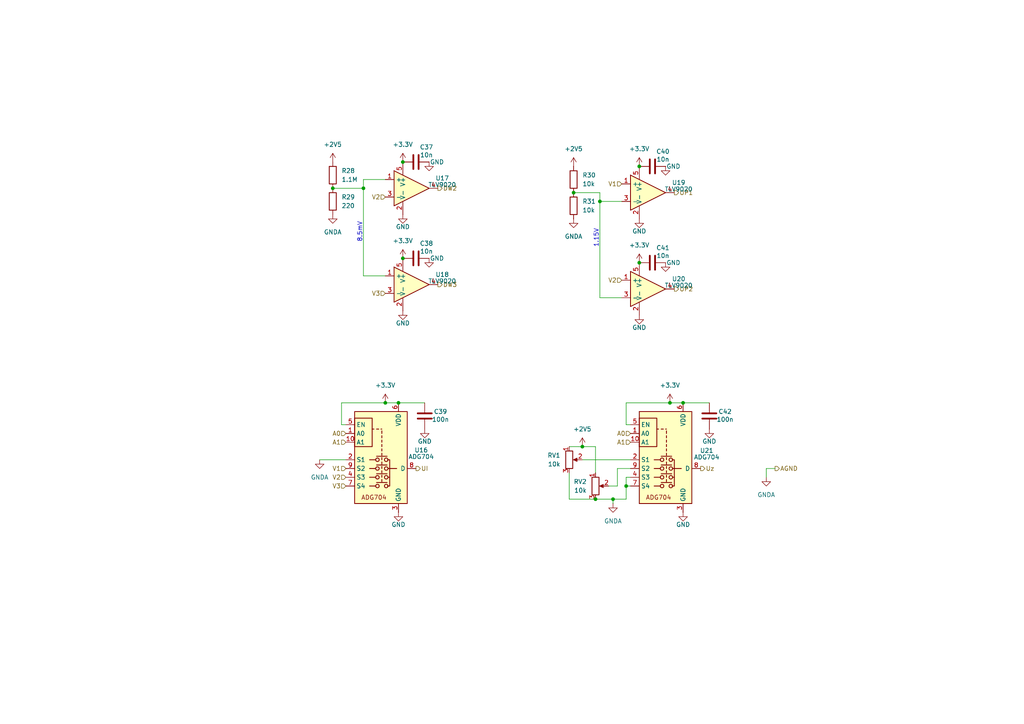
<source format=kicad_sch>
(kicad_sch (version 20231120) (generator "eeschema") (generator_version "8.0")
  (paper "A4")
  (lib_symbols
    (symbol "Device:C" (pin_numbers hide) (pin_names (offset 0.254))
      (property "Reference" "C" (at 0.635 2.54 0))
      (property "Value" "C" (at 0.635 -2.54 0))
      (symbol "C_0_1"
        (polyline (pts (xy -2.032 -0.762) (xy 2.032 -0.762)) (stroke (width 0.508)))
        (polyline (pts (xy -2.032 0.762) (xy 2.032 0.762)) (stroke (width 0.508)))
      )
      (symbol "C_1_1"
        (pin passive line (at 0 3.81 270) (length 2.794) (name "~") (number "1"))
        (pin passive line (at 0 -3.81 90) (length 2.794) (name "~") (number "2"))
      )
    )
    (symbol "Device:R" (pin_numbers hide) (pin_names (offset 0))
      (property "Reference" "R" (at 2.032 0 90))
      (property "Value" "R" (at 0 0 90))
      (symbol "R_0_1"
        (rectangle (start -1.016 -2.54) (end 1.016 2.54) (stroke (width 0.254)))
      )
      (symbol "R_1_1"
        (pin passive line (at 0 3.81 270) (length 1.27) (name "~") (number "1"))
        (pin passive line (at 0 -3.81 90) (length 1.27) (name "~") (number "2"))
      )
    )
    (symbol "Device:R_Potentiometer" (pin_names (offset 1.016) hide)
      (property "Reference" "RV" (at -4.445 0 90))
      (property "Value" "R_Potentiometer" (at -2.54 0 90))
      (symbol "R_Potentiometer_0_1"
        (polyline (pts (xy 2.54 0) (xy 1.524 0)))
        (polyline (pts (xy 1.143 0) (xy 2.286 0.508) (xy 2.286 -0.508) (xy 1.143 0)) (fill (type outline)))
        (rectangle (start 1.016 2.54) (end -1.016 -2.54) (stroke (width 0.254)))
      )
      (symbol "R_Potentiometer_1_1"
        (pin passive line (at 0 3.81 270) (length 1.27) (name "1") (number "1"))
        (pin passive line (at 3.81 0 180) (length 1.27) (name "2") (number "2"))
        (pin passive line (at 0 -3.81 90) (length 1.27) (name "3") (number "3"))
      )
    )
    (symbol "power:+2V5" (power) (pin_numbers hide) (pin_names (offset 0) hide)
      (property "Value" "+2V5" (at 0 3.556 0))
      (symbol "+2V5_0_1"
        (polyline (pts (xy -0.762 1.27) (xy 0 2.54)))
        (polyline (pts (xy 0 0) (xy 0 2.54)))
        (polyline (pts (xy 0 2.54) (xy 0.762 1.27)))
      )
      (symbol "+2V5_1_1"
        (pin power_in line (at 0 0 90) (length 0) (name "~") (number "1"))
      )
    )
    (symbol "power:+3.3V" (power) (pin_numbers hide) (pin_names (offset 0) hide)
      (property "Value" "+3.3V" (at 0 3.556 0))
      (symbol "+3.3V_0_1"
        (polyline (pts (xy -0.762 1.27) (xy 0 2.54)))
        (polyline (pts (xy 0 0) (xy 0 2.54)))
        (polyline (pts (xy 0 2.54) (xy 0.762 1.27)))
      )
      (symbol "+3.3V_1_1"
        (pin power_in line (at 0 0 90) (length 0) (name "~") (number "1"))
      )
    )
    (symbol "power:GND" (power) (pin_numbers hide) (pin_names (offset 0) hide)
      (property "Value" "GND" (at 0 -3.81 0))
      (symbol "GND_0_1"
        (polyline (pts (xy 0 0) (xy 0 -1.27) (xy 1.27 -1.27) (xy 0 -2.54) (xy -1.27 -1.27) (xy 0 -1.27)))
      )
      (symbol "GND_1_1"
        (pin power_in line (at 0 0 270) (length 0) (name "~") (number "1"))
      )
    )
    (symbol "power:GND1" (power) (pin_numbers hide) (pin_names (offset 0) hide)
      (property "Value" "GND1" (at 0 -3.81 0))
      (symbol "GND1_0_1"
        (polyline (pts (xy 0 0) (xy 0 -1.27) (xy 1.27 -1.27) (xy 0 -2.54) (xy -1.27 -1.27) (xy 0 -1.27)))
      )
      (symbol "GND1_1_1"
        (pin power_in line (at 0 0 270) (length 0) (name "~") (number "1"))
      )
    )
    (symbol "własna:ADG704"
      (property "Reference" "U" (at 0 0 0))
      (symbol "ADG704_0_1"
        (rectangle (start -2.54 -3.175) (end 2.54 -11.43) (stroke (width 0.254)))
        (rectangle (start -2.54 -1.27) (end 12.7 -27.94) (stroke (width 0.254)) (fill (type background)))
        (polyline (pts (xy 3.048 -6.35) (xy 2.54 -6.35)) (stroke (width 0.254)))
        (polyline (pts (xy 3.556 -22.86) (xy 1.778 -22.86)) (stroke (width 0.254)))
        (polyline (pts (xy 3.556 -20.32) (xy 1.778 -20.32)) (stroke (width 0.254)))
        (polyline (pts (xy 3.556 -17.78) (xy 1.778 -17.78)) (stroke (width 0.254)))
        (polyline (pts (xy 3.556 -15.24) (xy 1.778 -15.24)) (stroke (width 0.254)))
        (polyline (pts (xy 3.81 -21.844) (xy 6.858 -21.844)) (stroke (width 0.254)))
        (polyline (pts (xy 3.81 -19.304) (xy 6.858 -19.304)) (stroke (width 0.254)))
        (polyline (pts (xy 3.81 -16.764) (xy 6.858 -16.764)) (stroke (width 0.254)))
        (polyline (pts (xy 3.81 -14.224) (xy 6.858 -14.224)) (stroke (width 0.254)))
        (polyline (pts (xy 3.81 -6.35) (xy 4.445 -6.35)) (stroke (width 0.254)))
        (polyline (pts (xy 5.334 -21.59) (xy 5.334 -20.955)) (stroke (width 0.254)))
        (polyline (pts (xy 5.334 -20.32) (xy 5.334 -19.685)) (stroke (width 0.254)))
        (polyline (pts (xy 5.334 -19.05) (xy 5.334 -18.415)) (stroke (width 0.254)))
        (polyline (pts (xy 5.334 -17.78) (xy 5.334 -17.145)) (stroke (width 0.254)))
        (polyline (pts (xy 5.334 -16.51) (xy 5.334 -15.875)) (stroke (width 0.254)))
        (polyline (pts (xy 5.334 -15.24) (xy 5.334 -14.605)) (stroke (width 0.254)))
        (polyline (pts (xy 5.334 -13.97) (xy 5.334 -13.335)) (stroke (width 0.254)))
        (polyline (pts (xy 5.334 -12.7) (xy 5.334 -12.065)) (stroke (width 0.254)))
        (polyline (pts (xy 5.334 -11.43) (xy 5.334 -10.795)) (stroke (width 0.254)))
        (polyline (pts (xy 5.334 -10.16) (xy 5.334 -9.525)) (stroke (width 0.254)))
        (polyline (pts (xy 5.334 -8.89) (xy 5.334 -8.255)) (stroke (width 0.254)))
        (polyline (pts (xy 5.334 -7.62) (xy 5.334 -6.858)) (stroke (width 0.254)))
        (polyline (pts (xy 5.334 -6.35) (xy 5.08 -6.35)) (stroke (width 0.254)))
        (polyline (pts (xy 7.112 -20.32) (xy 7.62 -20.32)) (stroke (width 0.254)))
        (polyline (pts (xy 7.112 -17.78) (xy 7.62 -17.78)) (stroke (width 0.254)))
        (polyline (pts (xy 7.62 -17.78) (xy 9.652 -17.78)) (stroke (width 0.254)))
        (polyline (pts (xy 6.985 -22.86) (xy 7.62 -22.86) (xy 7.62 -15.24) (xy 6.985 -15.24)) (stroke (width 0.254)))
        (circle (center 4.064 -22.86) (radius 0.508) (stroke (width 0.254)))
        (circle (center 4.064 -20.32) (radius 0.508) (stroke (width 0.254)))
        (circle (center 4.064 -17.78) (radius 0.508) (stroke (width 0.254)))
        (circle (center 4.064 -15.24) (radius 0.508) (stroke (width 0.254)))
        (circle (center 6.604 -22.86) (radius 0.508) (stroke (width 0.254)))
        (circle (center 6.604 -20.32) (radius 0.508) (stroke (width 0.254)))
        (circle (center 6.604 -17.78) (radius 0.508) (stroke (width 0.254)))
        (circle (center 6.604 -15.24) (radius 0.508) (stroke (width 0.254)))
      )
      (symbol "ADG704_1_1"
        (text "ADG704" (at 3.048 -26.162 0) (effects (font (size 1.27 1.27))))
        (pin input line (at -5.08 -7.62 0) (length 2.54) (name "A0") (number "1"))
        (pin input line (at -5.08 -10.16 0) (length 2.54) (name "A1") (number "10"))
        (pin bidirectional line (at -5.08 -15.24 0) (length 2.54) (name "S1") (number "2"))
        (pin power_in line (at 10.16 -30.48 90) (length 2.54) (name "GND") (number "3"))
        (pin bidirectional line (at -5.08 -20.32 0) (length 2.54) (name "S3") (number "4"))
        (pin input line (at -5.08 -5.08 0) (length 2.54) (name "EN") (number "5"))
        (pin power_in line (at 10.16 1.27 270) (length 2.54) (name "VDD") (number "6"))
        (pin bidirectional line (at -5.08 -22.86 0) (length 2.54) (name "S4") (number "7"))
        (pin bidirectional line (at 15.24 -17.78 180) (length 2.54) (name "D") (number "8"))
        (pin bidirectional line (at -5.08 -17.78 0) (length 2.54) (name "S2") (number "9"))
      )
    )
    (symbol "własna:TLV9020"
      (property "Reference" "U" (at 0 0 0))
      (symbol "TLV9020_0_1"
        (polyline (pts (xy -5.08 1.27) (xy -5.08 -8.89) (xy 5.08 -3.81) (xy -5.08 1.27)) (stroke (width 0.254)) (fill (type background)))
      )
      (symbol "TLV9020_1_1"
        (pin input line (at -7.62 -1.27 0) (length 2.54) (name "+") (number "1"))
        (pin power_in line (at -2.54 -11.43 90) (length 3.81) (name "V-") (number "2"))
        (pin input line (at -7.62 -6.35 0) (length 2.54) (name "-") (number "3"))
        (pin output line (at 7.62 -3.81 180) (length 2.54) (name "~") (number "4"))
        (pin power_in line (at -2.54 3.81 270) (length 3.81) (name "V+") (number "5"))
      )
    )
  )
  (junction (at 177.8 144.78))
  (junction (at 181.61 140.97))
  (junction (at 185.42 76.2))
  (junction (at 194.31 116.84))
  (junction (at 115.57 116.84))
  (junction (at 111.76 116.84))
  (junction (at 96.52 54.61))
  (junction (at 198.12 116.84))
  (junction (at 116.84 46.99))
  (junction (at 173.99 58.42))
  (junction (at 168.91 129.54))
  (junction (at 172.72 144.78))
  (junction (at 166.37 55.88))
  (junction (at 105.41 54.61))
  (junction (at 185.42 48.26))
  (junction (at 116.84 74.93))
  (wire (pts (xy 224.79 135.89) (xy 222.25 135.89)))
  (wire (pts (xy 105.41 54.61) (xy 105.41 52.07)))
  (wire (pts (xy 99.06 116.84) (xy 99.06 123.19)))
  (wire (pts (xy 179.07 135.89) (xy 179.07 140.97)))
  (wire (pts (xy 181.61 140.97) (xy 182.88 140.97)))
  (wire (pts (xy 105.41 52.07) (xy 111.76 52.07)))
  (wire (pts (xy 115.57 116.84) (xy 123.19 116.84)))
  (wire (pts (xy 168.91 133.35) (xy 182.88 133.35)))
  (wire (pts (xy 198.12 116.84) (xy 194.31 116.84)))
  (wire (pts (xy 222.25 135.89) (xy 222.25 138.43)))
  (wire (pts (xy 111.76 80.01) (xy 105.41 80.01)))
  (wire (pts (xy 172.72 129.54) (xy 168.91 129.54)))
  (wire (pts (xy 92.71 133.35) (xy 100.33 133.35)))
  (wire (pts (xy 182.88 138.43) (xy 181.61 138.43)))
  (wire (pts (xy 198.12 116.84) (xy 205.74 116.84)))
  (wire (pts (xy 181.61 144.78) (xy 181.61 140.97)))
  (wire (pts (xy 96.52 54.61) (xy 105.41 54.61)))
  (wire (pts (xy 105.41 80.01) (xy 105.41 54.61)))
  (wire (pts (xy 177.8 144.78) (xy 181.61 144.78)))
  (wire (pts (xy 173.99 58.42) (xy 173.99 86.36)))
  (wire (pts (xy 181.61 138.43) (xy 181.61 140.97)))
  (wire (pts (xy 172.72 144.78) (xy 177.8 144.78)))
  (wire (pts (xy 180.34 86.36) (xy 173.99 86.36)))
  (wire (pts (xy 181.61 116.84) (xy 181.61 123.19)))
  (wire (pts (xy 115.57 116.84) (xy 111.76 116.84)))
  (wire (pts (xy 181.61 123.19) (xy 182.88 123.19)))
  (wire (pts (xy 165.1 144.78) (xy 172.72 144.78)))
  (wire (pts (xy 111.76 116.84) (xy 99.06 116.84)))
  (wire (pts (xy 177.8 146.05) (xy 177.8 144.78)))
  (wire (pts (xy 166.37 55.88) (xy 173.99 55.88)))
  (wire (pts (xy 173.99 58.42) (xy 173.99 55.88)))
  (wire (pts (xy 99.06 123.19) (xy 100.33 123.19)))
  (wire (pts (xy 194.31 116.84) (xy 181.61 116.84)))
  (wire (pts (xy 182.88 135.89) (xy 179.07 135.89)))
  (wire (pts (xy 172.72 137.16) (xy 172.72 129.54)))
  (wire (pts (xy 168.91 129.54) (xy 165.1 129.54)))
  (wire (pts (xy 165.1 137.16) (xy 165.1 144.78)))
  (wire (pts (xy 173.99 58.42) (xy 180.34 58.42)))
  (wire (pts (xy 179.07 140.97) (xy 176.53 140.97)))
  (text "8.5mV\n" (at 104.394 67.31 90) (effects (font (size 1.27 1.27))))
  (text "1.15V" (at 172.974 69.088 90) (effects (font (size 1.27 1.27))))
  (hierarchical_label "DW2" (shape output) (at 127 54.61 0))
  (hierarchical_label "A0" (shape input) (at 182.88 125.73 180))
  (hierarchical_label "A1" (shape input) (at 100.33 128.27 180))
  (hierarchical_label "AGND" (shape output) (at 224.79 135.89 0))
  (hierarchical_label "V2" (shape input) (at 111.76 57.15 180))
  (hierarchical_label "V2" (shape input) (at 100.33 138.43 180))
  (hierarchical_label "V3" (shape input) (at 100.33 140.97 180))
  (hierarchical_label "V1" (shape input) (at 100.33 135.89 180))
  (hierarchical_label "UI" (shape output) (at 120.65 135.89 0))
  (hierarchical_label "UP1" (shape output) (at 195.58 55.88 0))
  (hierarchical_label "A1" (shape input) (at 182.88 128.27 180))
  (hierarchical_label "UP2" (shape output) (at 195.58 83.82 0))
  (hierarchical_label "A0" (shape input) (at 100.33 125.73 180))
  (hierarchical_label "V3" (shape input) (at 111.76 85.09 180))
  (hierarchical_label "Uz" (shape output) (at 203.2 135.89 0))
  (hierarchical_label "V1" (shape input) (at 180.34 53.34 180))
  (hierarchical_label "V2" (shape input) (at 180.34 81.28 180))
  (hierarchical_label "DW3" (shape output) (at 127 82.55 0))
  (symbol (lib_id "power:GND1") (at 92.71 133.35 0) (unit 1)
    (property "Reference" "#PWR070" (effects (hide yes)))
    (property "Value" "GNDA" (at 92.71 138.43 0))
    (property "Description" "Power symbol creates a global label with name \"GND1\" , ground" (effects (hide yes)))
  )
  (symbol (lib_id "Device:R") (at 166.37 52.07 0) (mirror y) (unit 1)
    (property "Reference" "R30" (at 168.91 50.7999 0) (effects (justify right)))
    (property "Value" "10k" (at 168.91 53.3399 0) (effects (justify right)))
    (property "Footprint" "Resistor_SMD:R_0805_2012Metric_Pad1.20x1.40mm_HandSolder" (effects (hide yes)))
    (property "Description" "Resistor" (effects (hide yes)))
  )
  (symbol (lib_id "power:+3.3V") (at 116.84 46.99 0) (unit 1)
    (property "Reference" "#PWR075" (effects (hide yes)))
    (property "Value" "+3.3V" (at 116.84 41.91 0))
    (property "Description" "Power symbol creates a global label with name \"+3.3V\"" (effects (hide yes)))
  )
  (symbol (lib_id "Device:R") (at 166.37 59.69 0) (mirror y) (unit 1)
    (property "Reference" "R31" (at 168.91 58.4199 0) (effects (justify right)))
    (property "Value" "10k" (at 168.91 60.9599 0) (effects (justify right)))
    (property "Footprint" "Resistor_SMD:R_0805_2012Metric_Pad1.20x1.40mm_HandSolder" (effects (hide yes)))
    (property "Description" "Resistor" (effects (hide yes)))
  )
  (symbol (lib_id "własna:TLV9020") (at 187.96 52.07 0) (unit 1)
    (property "Reference" "U19" (at 196.85 52.959 0))
    (property "Value" "TLV9020" (at 196.85 54.8641 0))
    (property "Footprint" "Package_TO_SOT_SMD:SOT-23-5_HandSoldering" (effects (hide yes)))
  )
  (symbol (lib_id "power:+2V5") (at 96.52 46.99 0) (unit 1)
    (property "Reference" "#PWR071" (effects (hide yes)))
    (property "Value" "+2V5" (at 96.52 41.91 0))
    (property "Description" "Power symbol creates a global label with name \"+2V5\"" (effects (hide yes)))
  )
  (symbol (lib_id "power:GND") (at 115.57 148.59 0) (unit 1)
    (property "Reference" "#PWR074" (effects (hide yes)))
    (property "Value" "GND" (at 115.57 152.146 0))
    (property "Description" "Power symbol creates a global label with name \"GND\" , ground" (effects (hide yes)))
  )
  (symbol (lib_id "Device:R") (at 96.52 50.8 0) (mirror y) (unit 1)
    (property "Reference" "R28" (at 99.06 49.5299 0) (effects (justify right)))
    (property "Value" "1.1M" (at 99.06 52.0699 0) (effects (justify right)))
    (property "Footprint" "Resistor_SMD:R_0805_2012Metric_Pad1.20x1.40mm_HandSolder" (effects (hide yes)))
    (property "Description" "Resistor" (effects (hide yes)))
  )
  (symbol (lib_id "Device:C") (at 189.23 48.26 90) (mirror x) (unit 1)
    (property "Reference" "C40" (at 192.278 43.942 90))
    (property "Value" "10n" (at 192.278 46.228 90))
    (property "Footprint" "Capacitor_SMD:C_0805_2012Metric_Pad1.18x1.45mm_HandSolder" (effects (hide yes)))
    (property "Description" "Unpolarized capacitor" (effects (hide yes)))
  )
  (symbol (lib_id "własna:ADG704") (at 187.96 118.11 0) (unit 1)
    (property "Reference" "U21" (at 204.978 130.6829 0))
    (property "Value" "ADG704" (at 204.978 132.588 0))
    (property "Footprint" "Package_SO:MSOP-10_3x3mm_P0.5mm" (effects (hide yes)))
  )
  (symbol (lib_id "power:GND") (at 193.04 48.26 0) (unit 1)
    (property "Reference" "#PWR090" (effects (hide yes)))
    (property "Value" "GND" (at 195.326 48.26 0))
    (property "Description" "Power symbol creates a global label with name \"GND\" , ground" (effects (hide yes)))
  )
  (symbol (lib_id "własna:ADG704") (at 105.41 118.11 0) (unit 1)
    (property "Reference" "U16" (at 122.174 130.556 0))
    (property "Value" "ADG704" (at 122.174 132.4611 0))
    (property "Footprint" "Package_SO:MSOP-10_3x3mm_P0.5mm" (effects (hide yes)))
  )
  (symbol (lib_id "własna:TLV9020") (at 119.38 50.8 0) (unit 1)
    (property "Reference" "U17" (at 128.27 51.689 0))
    (property "Value" "TLV9020" (at 128.27 53.5941 0))
    (property "Footprint" "Package_TO_SOT_SMD:SOT-23-5_HandSoldering" (effects (hide yes)))
  )
  (symbol (lib_id "Device:R") (at 96.52 58.42 0) (mirror y) (unit 1)
    (property "Reference" "R29" (at 99.06 57.1499 0) (effects (justify right)))
    (property "Value" "220" (at 99.06 59.6899 0) (effects (justify right)))
    (property "Footprint" "Resistor_SMD:R_0805_2012Metric_Pad1.20x1.40mm_HandSolder" (effects (hide yes)))
    (property "Description" "Resistor" (effects (hide yes)))
  )
  (symbol (lib_id "power:GND") (at 124.46 46.99 0) (unit 1)
    (property "Reference" "#PWR080" (effects (hide yes)))
    (property "Value" "GND" (at 126.746 46.99 0))
    (property "Description" "Power symbol creates a global label with name \"GND\" , ground" (effects (hide yes)))
  )
  (symbol (lib_id "power:GND") (at 198.12 148.59 0) (unit 1)
    (property "Reference" "#PWR093" (effects (hide yes)))
    (property "Value" "GND" (at 198.12 152.146 0))
    (property "Description" "Power symbol creates a global label with name \"GND\" , ground" (effects (hide yes)))
  )
  (symbol (lib_id "power:+2V5") (at 168.91 129.54 0) (unit 1)
    (property "Reference" "#PWR084" (effects (hide yes)))
    (property "Value" "+2V5" (at 168.91 124.46 0))
    (property "Description" "Power symbol creates a global label with name \"+2V5\"" (effects (hide yes)))
  )
  (symbol (lib_id "Device:C") (at 189.23 76.2 90) (mirror x) (unit 1)
    (property "Reference" "C41" (at 192.278 71.882 90))
    (property "Value" "10n" (at 192.278 74.168 90))
    (property "Footprint" "Capacitor_SMD:C_0805_2012Metric_Pad1.18x1.45mm_HandSolder" (effects (hide yes)))
    (property "Description" "Unpolarized capacitor" (effects (hide yes)))
  )
  (symbol (lib_id "power:GND") (at 193.04 76.2 0) (unit 1)
    (property "Reference" "#PWR091" (effects (hide yes)))
    (property "Value" "GND" (at 195.326 76.2 0))
    (property "Description" "Power symbol creates a global label with name \"GND\" , ground" (effects (hide yes)))
  )
  (symbol (lib_id "Device:R_Potentiometer") (at 165.1 133.35 0) (unit 1)
    (property "Reference" "RV1" (at 162.56 132.0799 0) (effects (justify right)))
    (property "Value" "10k" (at 162.56 134.6199 0) (effects (justify right)))
    (property "Footprint" "Potentiometer_THT:Potentiometer_Bourns_3266W_Vertical" (effects (hide yes)))
    (property "Description" "Potentiometer" (effects (hide yes)))
  )
  (symbol (lib_id "Device:R_Potentiometer") (at 172.72 140.97 0) (unit 1)
    (property "Reference" "RV2" (at 170.18 139.6999 0) (effects (justify right)))
    (property "Value" "10k" (at 170.18 142.2399 0) (effects (justify right)))
    (property "Footprint" "Potentiometer_THT:Potentiometer_Bourns_3266W_Vertical" (effects (hide yes)))
    (property "Description" "Potentiometer" (effects (hide yes)))
  )
  (symbol (lib_id "power:+3.3V") (at 111.76 116.84 0) (unit 1)
    (property "Reference" "#PWR073" (effects (hide yes)))
    (property "Value" "+3.3V" (at 111.76 111.76 0))
    (property "Description" "Power symbol creates a global label with name \"+3.3V\"" (effects (hide yes)))
  )
  (symbol (lib_id "power:GND1") (at 222.25 138.43 0) (unit 1)
    (property "Reference" "#PWR095" (effects (hide yes)))
    (property "Value" "GNDA" (at 222.25 143.51 0))
    (property "Description" "Power symbol creates a global label with name \"GND1\" , ground" (effects (hide yes)))
  )
  (symbol (lib_id "power:GND1") (at 96.52 62.23 0) (unit 1)
    (property "Reference" "#PWR072" (effects (hide yes)))
    (property "Value" "GNDA" (at 96.52 67.31 0))
    (property "Description" "Power symbol creates a global label with name \"GND1\" , ground" (effects (hide yes)))
  )
  (symbol (lib_id "Device:C") (at 123.19 120.65 0) (mirror y) (unit 1)
    (property "Reference" "C39" (at 127.762 119.38 0))
    (property "Value" "100n" (at 127.762 121.666 0))
    (property "Footprint" "Capacitor_SMD:C_0805_2012Metric_Pad1.18x1.45mm_HandSolder" (effects (hide yes)))
    (property "Description" "Unpolarized capacitor" (effects (hide yes)))
  )
  (symbol (lib_id "power:+3.3V") (at 185.42 48.26 0) (unit 1)
    (property "Reference" "#PWR086" (effects (hide yes)))
    (property "Value" "+3.3V" (at 185.42 43.18 0))
    (property "Description" "Power symbol creates a global label with name \"+3.3V\"" (effects (hide yes)))
  )
  (symbol (lib_id "power:GND") (at 185.42 91.44 0) (unit 1)
    (property "Reference" "#PWR089" (effects (hide yes)))
    (property "Value" "GND" (at 185.42 94.996 0))
    (property "Description" "Power symbol creates a global label with name \"GND\" , ground" (effects (hide yes)))
  )
  (symbol (lib_id "power:GND") (at 116.84 62.23 0) (unit 1)
    (property "Reference" "#PWR076" (effects (hide yes)))
    (property "Value" "GND" (at 116.84 65.786 0))
    (property "Description" "Power symbol creates a global label with name \"GND\" , ground" (effects (hide yes)))
  )
  (symbol (lib_id "Device:C") (at 120.65 74.93 90) (mirror x) (unit 1)
    (property "Reference" "C38" (at 123.698 70.612 90))
    (property "Value" "10n" (at 123.698 72.898 90))
    (property "Footprint" "Capacitor_SMD:C_0805_2012Metric_Pad1.18x1.45mm_HandSolder" (effects (hide yes)))
    (property "Description" "Unpolarized capacitor" (effects (hide yes)))
  )
  (symbol (lib_id "power:GND") (at 124.46 74.93 0) (unit 1)
    (property "Reference" "#PWR081" (effects (hide yes)))
    (property "Value" "GND" (at 126.746 74.93 0))
    (property "Description" "Power symbol creates a global label with name \"GND\" , ground" (effects (hide yes)))
  )
  (symbol (lib_id "własna:TLV9020") (at 119.38 78.74 0) (unit 1)
    (property "Reference" "U18" (at 128.27 79.629 0))
    (property "Value" "TLV9020" (at 128.27 81.5341 0))
    (property "Footprint" "Package_TO_SOT_SMD:SOT-23-5_HandSoldering" (effects (hide yes)))
  )
  (symbol (lib_id "własna:TLV9020") (at 187.96 80.01 0) (unit 1)
    (property "Reference" "U20" (at 196.85 80.899 0))
    (property "Value" "TLV9020" (at 196.85 82.8041 0))
    (property "Footprint" "Package_TO_SOT_SMD:SOT-23-5_HandSoldering" (effects (hide yes)))
  )
  (symbol (lib_id "power:GND1") (at 166.37 63.5 0) (unit 1)
    (property "Reference" "#PWR083" (effects (hide yes)))
    (property "Value" "GNDA" (at 166.37 68.58 0))
    (property "Description" "Power symbol creates a global label with name \"GND1\" , ground" (effects (hide yes)))
  )
  (symbol (lib_id "power:GND") (at 185.42 63.5 0) (unit 1)
    (property "Reference" "#PWR087" (effects (hide yes)))
    (property "Value" "GND" (at 185.42 67.056 0))
    (property "Description" "Power symbol creates a global label with name \"GND\" , ground" (effects (hide yes)))
  )
  (symbol (lib_id "power:+3.3V") (at 116.84 74.93 0) (unit 1)
    (property "Reference" "#PWR077" (effects (hide yes)))
    (property "Value" "+3.3V" (at 116.84 69.85 0))
    (property "Description" "Power symbol creates a global label with name \"+3.3V\"" (effects (hide yes)))
  )
  (symbol (lib_id "power:+3.3V") (at 194.31 116.84 0) (unit 1)
    (property "Reference" "#PWR092" (effects (hide yes)))
    (property "Value" "+3.3V" (at 194.31 111.76 0))
    (property "Description" "Power symbol creates a global label with name \"+3.3V\"" (effects (hide yes)))
  )
  (symbol (lib_id "Device:C") (at 120.65 46.99 90) (mirror x) (unit 1)
    (property "Reference" "C37" (at 123.698 42.672 90))
    (property "Value" "10n" (at 123.698 44.958 90))
    (property "Footprint" "Capacitor_SMD:C_0805_2012Metric_Pad1.18x1.45mm_HandSolder" (effects (hide yes)))
    (property "Description" "Unpolarized capacitor" (effects (hide yes)))
  )
  (symbol (lib_id "power:GND") (at 123.19 124.46 0) (unit 1)
    (property "Reference" "#PWR079" (effects (hide yes)))
    (property "Value" "GND" (at 123.19 128.016 0))
    (property "Description" "Power symbol creates a global label with name \"GND\" , ground" (effects (hide yes)))
  )
  (symbol (lib_id "Device:C") (at 205.74 120.65 0) (mirror y) (unit 1)
    (property "Reference" "C42" (at 210.312 119.38 0))
    (property "Value" "100n" (at 210.312 121.666 0))
    (property "Footprint" "Capacitor_SMD:C_0805_2012Metric_Pad1.18x1.45mm_HandSolder" (effects (hide yes)))
    (property "Description" "Unpolarized capacitor" (effects (hide yes)))
  )
  (symbol (lib_id "power:+3.3V") (at 185.42 76.2 0) (unit 1)
    (property "Reference" "#PWR088" (effects (hide yes)))
    (property "Value" "+3.3V" (at 185.42 71.12 0))
    (property "Description" "Power symbol creates a global label with name \"+3.3V\"" (effects (hide yes)))
  )
  (symbol (lib_id "power:+2V5") (at 166.37 48.26 0) (unit 1)
    (property "Reference" "#PWR082" (effects (hide yes)))
    (property "Value" "+2V5" (at 166.37 43.18 0))
    (property "Description" "Power symbol creates a global label with name \"+2V5\"" (effects (hide yes)))
  )
  (symbol (lib_id "power:GND1") (at 177.8 146.05 0) (unit 1)
    (property "Reference" "#PWR085" (effects (hide yes)))
    (property "Value" "GNDA" (at 177.8 151.13 0))
    (property "Description" "Power symbol creates a global label with name \"GND1\" , ground" (effects (hide yes)))
  )
  (symbol (lib_id "power:GND") (at 205.74 124.46 0) (unit 1)
    (property "Reference" "#PWR094" (effects (hide yes)))
    (property "Value" "GND" (at 205.74 128.016 0))
    (property "Description" "Power symbol creates a global label with name \"GND\" , ground" (effects (hide yes)))
  )
  (symbol (lib_id "power:GND") (at 116.84 90.17 0) (unit 1)
    (property "Reference" "#PWR078" (effects (hide yes)))
    (property "Value" "GND" (at 116.84 93.726 0))
    (property "Description" "Power symbol creates a global label with name \"GND\" , ground" (effects (hide yes)))
  )
)
</source>
